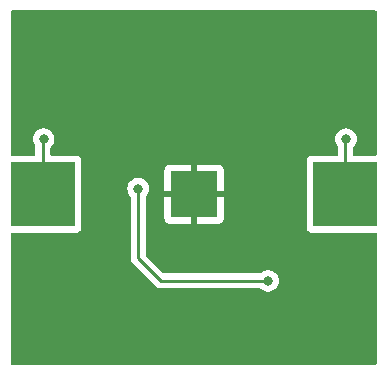
<source format=gbr>
%TF.GenerationSoftware,KiCad,Pcbnew,(6.0.7)*%
%TF.CreationDate,2023-01-27T14:46:33-05:00*%
%TF.ProjectId,Blinky5.0,426c696e-6b79-4352-9e30-2e6b69636164,rev?*%
%TF.SameCoordinates,Original*%
%TF.FileFunction,Copper,L2,Bot*%
%TF.FilePolarity,Positive*%
%FSLAX46Y46*%
G04 Gerber Fmt 4.6, Leading zero omitted, Abs format (unit mm)*
G04 Created by KiCad (PCBNEW (6.0.7)) date 2023-01-27 14:46:33*
%MOMM*%
%LPD*%
G01*
G04 APERTURE LIST*
%TA.AperFunction,SMDPad,CuDef*%
%ADD10R,5.500000X5.500000*%
%TD*%
%TA.AperFunction,SMDPad,CuDef*%
%ADD11R,4.000000X4.000000*%
%TD*%
%TA.AperFunction,ViaPad*%
%ADD12C,0.800000*%
%TD*%
%TA.AperFunction,Conductor*%
%ADD13C,0.250000*%
%TD*%
G04 APERTURE END LIST*
D10*
%TO.P,BT1,1,+*%
%TO.N,/VDD*%
X132234000Y-99060000D03*
X157834000Y-99060000D03*
D11*
%TO.P,BT1,2,-*%
%TO.N,GND*%
X145034000Y-99060000D03*
%TD*%
D12*
%TO.N,GND*%
X142500000Y-95400000D03*
X138000000Y-93000000D03*
X138000000Y-110000000D03*
%TO.N,/VDD*%
X132300000Y-94400000D03*
X157900000Y-94400000D03*
%TO.N,/THR*%
X140300000Y-98600000D03*
X151300000Y-106400000D03*
%TD*%
D13*
%TO.N,/VDD*%
X132234000Y-94466000D02*
X132300000Y-94400000D01*
X132234000Y-99060000D02*
X132234000Y-94466000D01*
X157834000Y-99060000D02*
X157834000Y-94466000D01*
X157834000Y-94466000D02*
X157900000Y-94400000D01*
%TO.N,/THR*%
X140300000Y-104500000D02*
X140300000Y-98600000D01*
X142200000Y-106400000D02*
X140300000Y-104500000D01*
X151300000Y-106400000D02*
X142200000Y-106400000D01*
%TD*%
%TA.AperFunction,Conductor*%
%TO.N,GND*%
G36*
X160433621Y-83528502D02*
G01*
X160480114Y-83582158D01*
X160491500Y-83634500D01*
X160491500Y-95675500D01*
X160471498Y-95743621D01*
X160417842Y-95790114D01*
X160365500Y-95801500D01*
X158593500Y-95801500D01*
X158525379Y-95781498D01*
X158478886Y-95727842D01*
X158467500Y-95675500D01*
X158467500Y-95173431D01*
X158487502Y-95105310D01*
X158507920Y-95081287D01*
X158511253Y-95078866D01*
X158639040Y-94936944D01*
X158734527Y-94771556D01*
X158793542Y-94589928D01*
X158813504Y-94400000D01*
X158793542Y-94210072D01*
X158734527Y-94028444D01*
X158639040Y-93863056D01*
X158511253Y-93721134D01*
X158356752Y-93608882D01*
X158350724Y-93606198D01*
X158350722Y-93606197D01*
X158188319Y-93533891D01*
X158188318Y-93533891D01*
X158182288Y-93531206D01*
X158088887Y-93511353D01*
X158001944Y-93492872D01*
X158001939Y-93492872D01*
X157995487Y-93491500D01*
X157804513Y-93491500D01*
X157798061Y-93492872D01*
X157798056Y-93492872D01*
X157711113Y-93511353D01*
X157617712Y-93531206D01*
X157611682Y-93533891D01*
X157611681Y-93533891D01*
X157449278Y-93606197D01*
X157449276Y-93606198D01*
X157443248Y-93608882D01*
X157288747Y-93721134D01*
X157160960Y-93863056D01*
X157065473Y-94028444D01*
X157006458Y-94210072D01*
X156986496Y-94400000D01*
X157006458Y-94589928D01*
X157065473Y-94771556D01*
X157160960Y-94936944D01*
X157165379Y-94941852D01*
X157165380Y-94941853D01*
X157168137Y-94944915D01*
X157169173Y-94947074D01*
X157169261Y-94947195D01*
X157169239Y-94947211D01*
X157198854Y-95008923D01*
X157200500Y-95029225D01*
X157200500Y-95675500D01*
X157180498Y-95743621D01*
X157126842Y-95790114D01*
X157074500Y-95801500D01*
X155035866Y-95801500D01*
X154973684Y-95808255D01*
X154837295Y-95859385D01*
X154720739Y-95946739D01*
X154633385Y-96063295D01*
X154582255Y-96199684D01*
X154575500Y-96261866D01*
X154575500Y-101858134D01*
X154582255Y-101920316D01*
X154633385Y-102056705D01*
X154720739Y-102173261D01*
X154837295Y-102260615D01*
X154973684Y-102311745D01*
X155035866Y-102318500D01*
X160365500Y-102318500D01*
X160433621Y-102338502D01*
X160480114Y-102392158D01*
X160491500Y-102444500D01*
X160491500Y-113365500D01*
X160471498Y-113433621D01*
X160417842Y-113480114D01*
X160365500Y-113491500D01*
X129634500Y-113491500D01*
X129566379Y-113471498D01*
X129519886Y-113417842D01*
X129508500Y-113365500D01*
X129508500Y-102444500D01*
X129528502Y-102376379D01*
X129582158Y-102329886D01*
X129634500Y-102318500D01*
X135032134Y-102318500D01*
X135094316Y-102311745D01*
X135230705Y-102260615D01*
X135347261Y-102173261D01*
X135434615Y-102056705D01*
X135485745Y-101920316D01*
X135492500Y-101858134D01*
X135492500Y-98600000D01*
X139386496Y-98600000D01*
X139406458Y-98789928D01*
X139465473Y-98971556D01*
X139560960Y-99136944D01*
X139634137Y-99218215D01*
X139664853Y-99282221D01*
X139666500Y-99302524D01*
X139666500Y-104421233D01*
X139665973Y-104432416D01*
X139664298Y-104439909D01*
X139664547Y-104447835D01*
X139664547Y-104447836D01*
X139666438Y-104507986D01*
X139666500Y-104511945D01*
X139666500Y-104539856D01*
X139666997Y-104543790D01*
X139666997Y-104543791D01*
X139667005Y-104543856D01*
X139667938Y-104555693D01*
X139669327Y-104599889D01*
X139674978Y-104619339D01*
X139678987Y-104638700D01*
X139681526Y-104658797D01*
X139684445Y-104666168D01*
X139684445Y-104666170D01*
X139697804Y-104699912D01*
X139701649Y-104711142D01*
X139713982Y-104753593D01*
X139718015Y-104760412D01*
X139718017Y-104760417D01*
X139724293Y-104771028D01*
X139732988Y-104788776D01*
X139740448Y-104807617D01*
X139745110Y-104814033D01*
X139745110Y-104814034D01*
X139766436Y-104843387D01*
X139772952Y-104853307D01*
X139795458Y-104891362D01*
X139809779Y-104905683D01*
X139822619Y-104920716D01*
X139834528Y-104937107D01*
X139840634Y-104942158D01*
X139868605Y-104965298D01*
X139877384Y-104973288D01*
X141696348Y-106792253D01*
X141703888Y-106800539D01*
X141708000Y-106807018D01*
X141713777Y-106812443D01*
X141757651Y-106853643D01*
X141760493Y-106856398D01*
X141780230Y-106876135D01*
X141783427Y-106878615D01*
X141792447Y-106886318D01*
X141824679Y-106916586D01*
X141831625Y-106920405D01*
X141831628Y-106920407D01*
X141842434Y-106926348D01*
X141858953Y-106937199D01*
X141874959Y-106949614D01*
X141882228Y-106952759D01*
X141882232Y-106952762D01*
X141915537Y-106967174D01*
X141926187Y-106972391D01*
X141964940Y-106993695D01*
X141972615Y-106995666D01*
X141972616Y-106995666D01*
X141984562Y-106998733D01*
X142003267Y-107005137D01*
X142021855Y-107013181D01*
X142029678Y-107014420D01*
X142029688Y-107014423D01*
X142065524Y-107020099D01*
X142077144Y-107022505D01*
X142112289Y-107031528D01*
X142119970Y-107033500D01*
X142140224Y-107033500D01*
X142159934Y-107035051D01*
X142179943Y-107038220D01*
X142187835Y-107037474D01*
X142223961Y-107034059D01*
X142235819Y-107033500D01*
X150591800Y-107033500D01*
X150659921Y-107053502D01*
X150679147Y-107069843D01*
X150679420Y-107069540D01*
X150684332Y-107073963D01*
X150688747Y-107078866D01*
X150843248Y-107191118D01*
X150849276Y-107193802D01*
X150849278Y-107193803D01*
X151011681Y-107266109D01*
X151017712Y-107268794D01*
X151111113Y-107288647D01*
X151198056Y-107307128D01*
X151198061Y-107307128D01*
X151204513Y-107308500D01*
X151395487Y-107308500D01*
X151401939Y-107307128D01*
X151401944Y-107307128D01*
X151488887Y-107288647D01*
X151582288Y-107268794D01*
X151588319Y-107266109D01*
X151750722Y-107193803D01*
X151750724Y-107193802D01*
X151756752Y-107191118D01*
X151911253Y-107078866D01*
X151947851Y-107038220D01*
X152034621Y-106941852D01*
X152034622Y-106941851D01*
X152039040Y-106936944D01*
X152134527Y-106771556D01*
X152193542Y-106589928D01*
X152213504Y-106400000D01*
X152193542Y-106210072D01*
X152134527Y-106028444D01*
X152039040Y-105863056D01*
X151911253Y-105721134D01*
X151756752Y-105608882D01*
X151750724Y-105606198D01*
X151750722Y-105606197D01*
X151588319Y-105533891D01*
X151588318Y-105533891D01*
X151582288Y-105531206D01*
X151488887Y-105511353D01*
X151401944Y-105492872D01*
X151401939Y-105492872D01*
X151395487Y-105491500D01*
X151204513Y-105491500D01*
X151198061Y-105492872D01*
X151198056Y-105492872D01*
X151111113Y-105511353D01*
X151017712Y-105531206D01*
X151011682Y-105533891D01*
X151011681Y-105533891D01*
X150849278Y-105606197D01*
X150849276Y-105606198D01*
X150843248Y-105608882D01*
X150688747Y-105721134D01*
X150684332Y-105726037D01*
X150679420Y-105730460D01*
X150678295Y-105729211D01*
X150624986Y-105762051D01*
X150591800Y-105766500D01*
X142514594Y-105766500D01*
X142446473Y-105746498D01*
X142425499Y-105729595D01*
X140970405Y-104274500D01*
X140936379Y-104212188D01*
X140933500Y-104185405D01*
X140933500Y-101104669D01*
X142526001Y-101104669D01*
X142526371Y-101111490D01*
X142531895Y-101162352D01*
X142535521Y-101177604D01*
X142580676Y-101298054D01*
X142589214Y-101313649D01*
X142665715Y-101415724D01*
X142678276Y-101428285D01*
X142780351Y-101504786D01*
X142795946Y-101513324D01*
X142916394Y-101558478D01*
X142931649Y-101562105D01*
X142982514Y-101567631D01*
X142989328Y-101568000D01*
X144761885Y-101568000D01*
X144777124Y-101563525D01*
X144778329Y-101562135D01*
X144780000Y-101554452D01*
X144780000Y-101549884D01*
X145288000Y-101549884D01*
X145292475Y-101565123D01*
X145293865Y-101566328D01*
X145301548Y-101567999D01*
X147078669Y-101567999D01*
X147085490Y-101567629D01*
X147136352Y-101562105D01*
X147151604Y-101558479D01*
X147272054Y-101513324D01*
X147287649Y-101504786D01*
X147389724Y-101428285D01*
X147402285Y-101415724D01*
X147478786Y-101313649D01*
X147487324Y-101298054D01*
X147532478Y-101177606D01*
X147536105Y-101162351D01*
X147541631Y-101111486D01*
X147542000Y-101104672D01*
X147542000Y-99332115D01*
X147537525Y-99316876D01*
X147536135Y-99315671D01*
X147528452Y-99314000D01*
X145306115Y-99314000D01*
X145290876Y-99318475D01*
X145289671Y-99319865D01*
X145288000Y-99327548D01*
X145288000Y-101549884D01*
X144780000Y-101549884D01*
X144780000Y-99332115D01*
X144775525Y-99316876D01*
X144774135Y-99315671D01*
X144766452Y-99314000D01*
X142544116Y-99314000D01*
X142528877Y-99318475D01*
X142527672Y-99319865D01*
X142526001Y-99327548D01*
X142526001Y-101104669D01*
X140933500Y-101104669D01*
X140933500Y-99302524D01*
X140953502Y-99234403D01*
X140965858Y-99218221D01*
X141039040Y-99136944D01*
X141134527Y-98971556D01*
X141193542Y-98789928D01*
X141193757Y-98787885D01*
X142526000Y-98787885D01*
X142530475Y-98803124D01*
X142531865Y-98804329D01*
X142539548Y-98806000D01*
X144761885Y-98806000D01*
X144777124Y-98801525D01*
X144778329Y-98800135D01*
X144780000Y-98792452D01*
X144780000Y-98787885D01*
X145288000Y-98787885D01*
X145292475Y-98803124D01*
X145293865Y-98804329D01*
X145301548Y-98806000D01*
X147523884Y-98806000D01*
X147539123Y-98801525D01*
X147540328Y-98800135D01*
X147541999Y-98792452D01*
X147541999Y-97015331D01*
X147541629Y-97008510D01*
X147536105Y-96957648D01*
X147532479Y-96942396D01*
X147487324Y-96821946D01*
X147478786Y-96806351D01*
X147402285Y-96704276D01*
X147389724Y-96691715D01*
X147287649Y-96615214D01*
X147272054Y-96606676D01*
X147151606Y-96561522D01*
X147136351Y-96557895D01*
X147085486Y-96552369D01*
X147078672Y-96552000D01*
X145306115Y-96552000D01*
X145290876Y-96556475D01*
X145289671Y-96557865D01*
X145288000Y-96565548D01*
X145288000Y-98787885D01*
X144780000Y-98787885D01*
X144780000Y-96570116D01*
X144775525Y-96554877D01*
X144774135Y-96553672D01*
X144766452Y-96552001D01*
X142989331Y-96552001D01*
X142982510Y-96552371D01*
X142931648Y-96557895D01*
X142916396Y-96561521D01*
X142795946Y-96606676D01*
X142780351Y-96615214D01*
X142678276Y-96691715D01*
X142665715Y-96704276D01*
X142589214Y-96806351D01*
X142580676Y-96821946D01*
X142535522Y-96942394D01*
X142531895Y-96957649D01*
X142526369Y-97008514D01*
X142526000Y-97015328D01*
X142526000Y-98787885D01*
X141193757Y-98787885D01*
X141213504Y-98600000D01*
X141193542Y-98410072D01*
X141134527Y-98228444D01*
X141039040Y-98063056D01*
X140911253Y-97921134D01*
X140756752Y-97808882D01*
X140750724Y-97806198D01*
X140750722Y-97806197D01*
X140588319Y-97733891D01*
X140588318Y-97733891D01*
X140582288Y-97731206D01*
X140488887Y-97711353D01*
X140401944Y-97692872D01*
X140401939Y-97692872D01*
X140395487Y-97691500D01*
X140204513Y-97691500D01*
X140198061Y-97692872D01*
X140198056Y-97692872D01*
X140111113Y-97711353D01*
X140017712Y-97731206D01*
X140011682Y-97733891D01*
X140011681Y-97733891D01*
X139849278Y-97806197D01*
X139849276Y-97806198D01*
X139843248Y-97808882D01*
X139688747Y-97921134D01*
X139560960Y-98063056D01*
X139465473Y-98228444D01*
X139406458Y-98410072D01*
X139386496Y-98600000D01*
X135492500Y-98600000D01*
X135492500Y-96261866D01*
X135485745Y-96199684D01*
X135434615Y-96063295D01*
X135347261Y-95946739D01*
X135230705Y-95859385D01*
X135094316Y-95808255D01*
X135032134Y-95801500D01*
X132993500Y-95801500D01*
X132925379Y-95781498D01*
X132878886Y-95727842D01*
X132867500Y-95675500D01*
X132867500Y-95173431D01*
X132887502Y-95105310D01*
X132907920Y-95081287D01*
X132911253Y-95078866D01*
X133039040Y-94936944D01*
X133134527Y-94771556D01*
X133193542Y-94589928D01*
X133213504Y-94400000D01*
X133193542Y-94210072D01*
X133134527Y-94028444D01*
X133039040Y-93863056D01*
X132911253Y-93721134D01*
X132756752Y-93608882D01*
X132750724Y-93606198D01*
X132750722Y-93606197D01*
X132588319Y-93533891D01*
X132588318Y-93533891D01*
X132582288Y-93531206D01*
X132488887Y-93511353D01*
X132401944Y-93492872D01*
X132401939Y-93492872D01*
X132395487Y-93491500D01*
X132204513Y-93491500D01*
X132198061Y-93492872D01*
X132198056Y-93492872D01*
X132111113Y-93511353D01*
X132017712Y-93531206D01*
X132011682Y-93533891D01*
X132011681Y-93533891D01*
X131849278Y-93606197D01*
X131849276Y-93606198D01*
X131843248Y-93608882D01*
X131688747Y-93721134D01*
X131560960Y-93863056D01*
X131465473Y-94028444D01*
X131406458Y-94210072D01*
X131386496Y-94400000D01*
X131406458Y-94589928D01*
X131465473Y-94771556D01*
X131560960Y-94936944D01*
X131565379Y-94941852D01*
X131565380Y-94941853D01*
X131568137Y-94944915D01*
X131569173Y-94947074D01*
X131569261Y-94947195D01*
X131569239Y-94947211D01*
X131598854Y-95008923D01*
X131600500Y-95029225D01*
X131600500Y-95675500D01*
X131580498Y-95743621D01*
X131526842Y-95790114D01*
X131474500Y-95801500D01*
X129634500Y-95801500D01*
X129566379Y-95781498D01*
X129519886Y-95727842D01*
X129508500Y-95675500D01*
X129508500Y-83634500D01*
X129528502Y-83566379D01*
X129582158Y-83519886D01*
X129634500Y-83508500D01*
X160365500Y-83508500D01*
X160433621Y-83528502D01*
G37*
%TD.AperFunction*%
%TD*%
M02*

</source>
